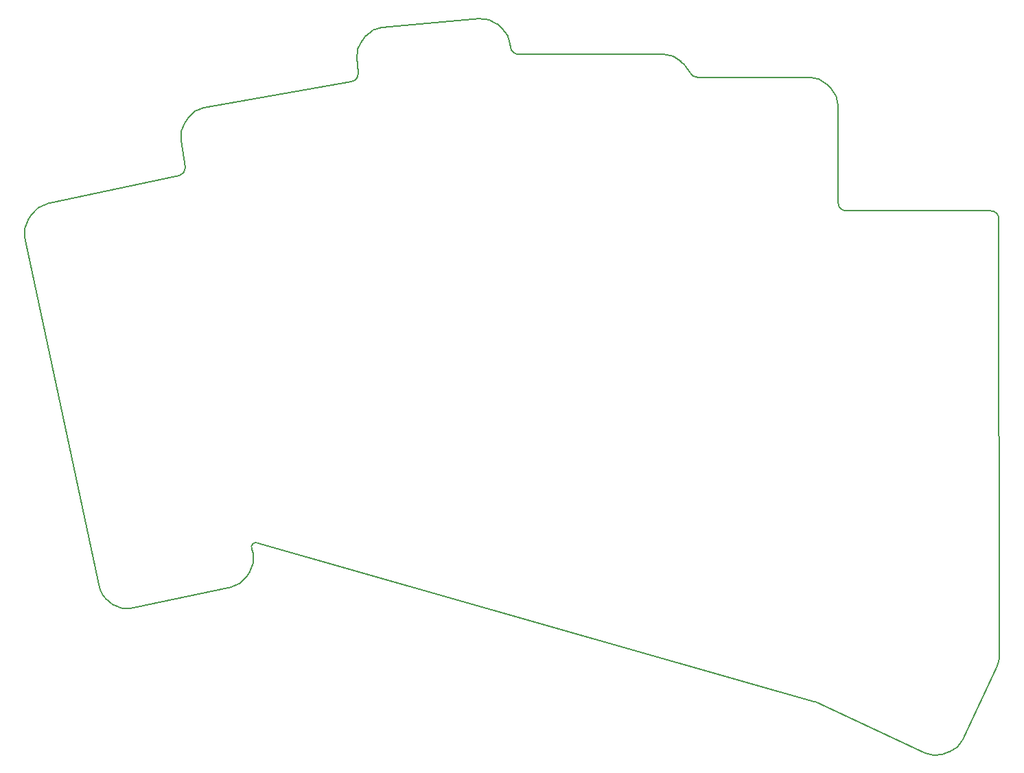
<source format=gm1>
G04 #@! TF.GenerationSoftware,KiCad,Pcbnew,5.1.10*
G04 #@! TF.CreationDate,2021-11-16T18:12:20-06:00*
G04 #@! TF.ProjectId,a_dux_dux,615f6475-785f-4647-9578-2e6b69636164,VERSION_HERE*
G04 #@! TF.SameCoordinates,Original*
G04 #@! TF.FileFunction,Profile,NP*
%FSLAX46Y46*%
G04 Gerber Fmt 4.6, Leading zero omitted, Abs format (unit mm)*
G04 Created by KiCad (PCBNEW 5.1.10) date 2021-11-16 18:12:20*
%MOMM*%
%LPD*%
G01*
G04 APERTURE LIST*
G04 #@! TA.AperFunction,Profile*
%ADD10C,0.150000*%
G04 #@! TD*
G04 APERTURE END LIST*
D10*
X189128085Y-127499030D02*
X188747297Y-127203057D01*
X178258136Y-82133396D02*
G75*
G02*
X178686704Y-79925489I2944579J573987D01*
G01*
X178687125Y-79924842D02*
X179071399Y-79333113D01*
X179071824Y-79332462D02*
G75*
G02*
X180964098Y-78031937I2516009J-1633915D01*
G01*
X191279357Y-127938071D02*
G75*
G02*
X189128085Y-127499030I-517357J2955051D01*
G01*
X188747297Y-127203057D02*
G75*
G02*
X187358523Y-124957033I1760703J2641057D01*
G01*
X298427914Y-133285883D02*
G75*
G02*
X298192051Y-135072628I-2954785J-518888D01*
G01*
X298192052Y-135072627D02*
X293965870Y-144135703D01*
X293965870Y-144135705D02*
G75*
G02*
X292273007Y-145686929I-2718924J1267855D01*
G01*
X292272278Y-145687192D02*
X291609272Y-145928508D01*
X291608545Y-145928774D02*
G75*
G02*
X289314628Y-145828619I-1026061J2819080D01*
G01*
X275720011Y-139489343D02*
X289314628Y-145828619D01*
X198056000Y-73522000D02*
G75*
G02*
X197264521Y-74535042I-999388J-34897D01*
G01*
X219354087Y-61855273D02*
G75*
G02*
X218531540Y-62927235I-996194J-87155D01*
G01*
X239141892Y-59556651D02*
G75*
G02*
X238145698Y-58643806I1J1000000D01*
G01*
X261199078Y-62389984D02*
G75*
G02*
X260290020Y-61806651I0J999999D01*
G01*
X279562839Y-78881982D02*
G75*
G02*
X278562842Y-77881983I1J999998D01*
G01*
X297324182Y-78874534D02*
G75*
G02*
X298403769Y-79871363I79587J-996828D01*
G01*
X298427913Y-133285881D02*
G75*
G02*
X298412841Y-133112918I984927J172963D01*
G01*
X275556211Y-139429725D02*
G75*
G02*
X275720011Y-139489343I-258819J-965927D01*
G01*
X206248000Y-120650000D02*
G75*
G02*
X207010000Y-119888000I508000J254000D01*
G01*
X203705365Y-125322521D02*
X191279357Y-127938071D01*
X180964098Y-78031937D02*
X197264521Y-74535042D01*
X197514949Y-70187020D02*
X198056000Y-73522000D01*
X197514951Y-70187018D02*
G75*
G02*
X198011917Y-67945345I2954422J520945D01*
G01*
X198012359Y-67944710D02*
X198417050Y-67366751D01*
X198417498Y-67366115D02*
G75*
G02*
X200354010Y-66132424I2457453J-1720732D01*
G01*
X200354010Y-66132424D02*
X218531540Y-62927235D01*
X219354087Y-61855270D02*
X219192121Y-60003997D01*
X219192122Y-60003994D02*
G75*
G02*
X219882575Y-57814165I2988584J261464D01*
G01*
X219883070Y-57813572D02*
X220336594Y-57273085D01*
X220337092Y-57272491D02*
G75*
G02*
X222373758Y-56212270I2298133J-1928363D01*
G01*
X222373758Y-56212270D02*
X234328096Y-55166401D01*
X234328095Y-55166402D02*
G75*
G02*
X236517926Y-55856852I261468J-2988585D01*
G01*
X236518518Y-55857350D02*
X237059010Y-56310874D01*
X237059598Y-56311372D02*
G75*
G02*
X238119821Y-58348037I-1928361J-2298134D01*
G01*
X238119821Y-58348037D02*
X238145698Y-58643806D01*
X239141891Y-59556652D02*
X257062842Y-59556654D01*
X257062842Y-59556654D02*
G75*
G02*
X259184161Y-60435332I1J-2999998D01*
G01*
X259184711Y-60435876D02*
X259683615Y-60934782D01*
X259684162Y-60935331D02*
G75*
G02*
X260290020Y-61806651I-2121321J-2121319D01*
G01*
X298412841Y-133112918D02*
X298403769Y-79871363D01*
X279562841Y-78881986D02*
X297324483Y-78878300D01*
X261199079Y-62389984D02*
X275062841Y-62389984D01*
X275062840Y-62389983D02*
G75*
G02*
X277184160Y-63268663I0J-3000000D01*
G01*
X277184707Y-63269213D02*
X277683614Y-63768115D01*
X277684163Y-63768665D02*
G75*
G02*
X278562841Y-65889984I-2121320J-2121318D01*
G01*
X278562842Y-77881983D02*
X278562841Y-65889984D01*
X207010000Y-119888000D02*
X275556213Y-139429725D01*
X205597640Y-124021996D02*
G75*
G02*
X203705365Y-125322521I-2516010J1633916D01*
G01*
X205982337Y-123429616D02*
X205598064Y-124021347D01*
X206248000Y-120650000D02*
X206401190Y-121171315D01*
X206401189Y-121171313D02*
G75*
G02*
X205982759Y-123428967I-2934444J-623737D01*
G01*
X178258136Y-82133396D02*
X187358523Y-124957033D01*
M02*

</source>
